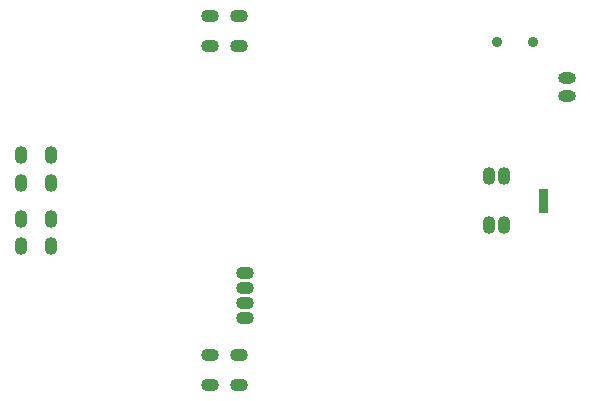
<source format=gbs>
G04 #@! TF.FileFunction,Soldermask,Bot*
%FSLAX46Y46*%
G04 Gerber Fmt 4.6, Leading zero omitted, Abs format (unit mm)*
G04 Created by KiCad (PCBNEW 4.0.0-rc2-stable) date 2016/07/16 8:54:14*
%MOMM*%
G01*
G04 APERTURE LIST*
%ADD10C,0.150000*%
%ADD11O,1.500000X1.100000*%
%ADD12O,1.100000X1.500000*%
%ADD13O,1.500000X1.000000*%
%ADD14C,0.900000*%
G04 APERTURE END LIST*
D10*
D11*
X123761500Y-69405500D03*
X123761500Y-66865500D03*
D12*
X110286800Y-78638400D03*
X107746800Y-78638400D03*
X110286800Y-86360000D03*
X107746800Y-86360000D03*
D11*
X123748800Y-95554800D03*
X123748800Y-98094800D03*
D13*
X154051000Y-72079000D03*
X154051000Y-73606000D03*
D11*
X126746000Y-88646000D03*
X126746000Y-89916000D03*
X126746000Y-91186000D03*
X126746000Y-92456000D03*
D12*
X148717000Y-80391000D03*
X147447000Y-80391000D03*
X147447000Y-84582000D03*
X148717000Y-84582000D03*
D11*
X126238000Y-69405500D03*
X126238000Y-66865500D03*
D12*
X110286800Y-80975200D03*
X107746800Y-80975200D03*
X110286800Y-84023200D03*
X107746800Y-84023200D03*
D11*
X126238000Y-95554800D03*
X126238000Y-98094800D03*
D14*
X151106000Y-69017000D03*
X148106000Y-69017000D03*
D10*
G36*
X151669000Y-82836500D02*
X151669000Y-82136500D01*
X152369000Y-82136500D01*
X152369000Y-82836500D01*
X151669000Y-82836500D01*
X151669000Y-82836500D01*
G37*
G36*
X151669000Y-83536500D02*
X151669000Y-82836500D01*
X152369000Y-82836500D01*
X152369000Y-83536500D01*
X151669000Y-83536500D01*
X151669000Y-83536500D01*
G37*
G36*
X151669000Y-82236500D02*
X151669000Y-81536500D01*
X152369000Y-81536500D01*
X152369000Y-82236500D01*
X151669000Y-82236500D01*
X151669000Y-82236500D01*
G37*
M02*

</source>
